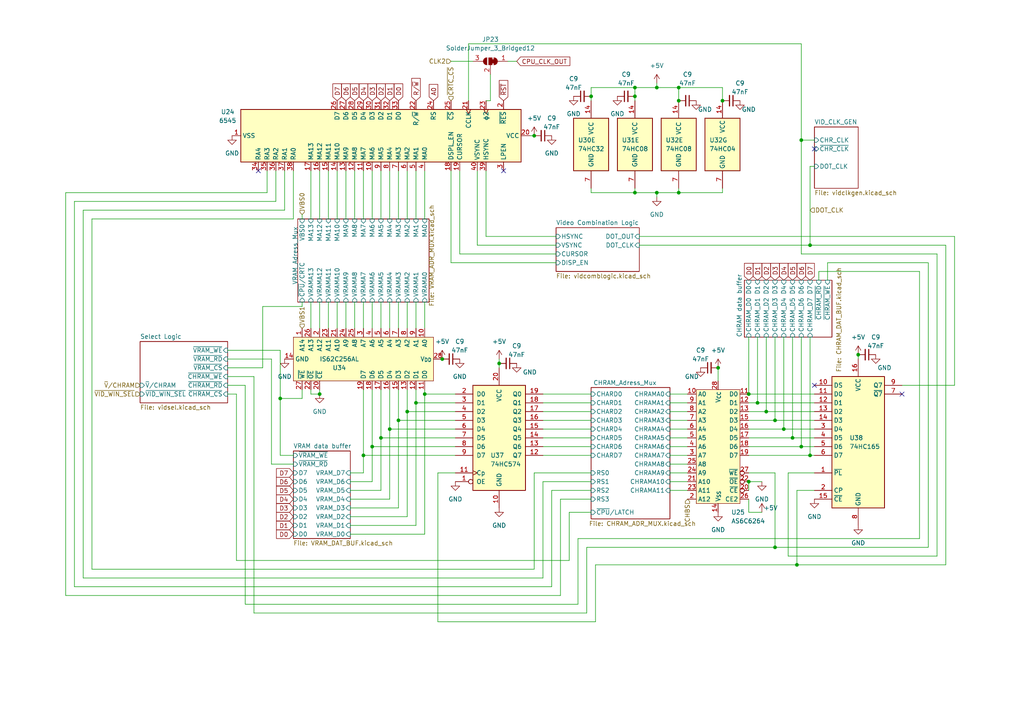
<source format=kicad_sch>
(kicad_sch (version 20230121) (generator eeschema)
  (paper "A4")
  (lib_symbols
    (symbol "74xx:74HC04"
      (property "Reference" "U" (at 0 1.27 0))
      (property "Value" "74HC04" (at 0 -1.27 0))
      (symbol "74HC04_1_0"
        (pin input line (at -7.62 0 0) (length 3.81) (name "~") (number "1"))
        (pin output inverted (at 7.62 0 180) (length 3.81) (name "~") (number "2"))
      )
      (symbol "74HC04_2_0"
        (pin input line (at -7.62 0 0) (length 3.81) (name "~") (number "3"))
        (pin output inverted (at 7.62 0 180) (length 3.81) (name "~") (number "4"))
      )
      (symbol "74HC04_3_0"
        (pin input line (at -7.62 0 0) (length 3.81) (name "~") (number "5"))
        (pin output inverted (at 7.62 0 180) (length 3.81) (name "~") (number "6"))
      )
      (symbol "74HC04_4_0"
        (pin output inverted (at 7.62 0 180) (length 3.81) (name "~") (number "8"))
        (pin input line (at -7.62 0 0) (length 3.81) (name "~") (number "9"))
      )
      (symbol "74HC04_5_0"
        (pin output inverted (at 7.62 0 180) (length 3.81) (name "~") (number "10"))
        (pin input line (at -7.62 0 0) (length 3.81) (name "~") (number "11"))
      )
      (symbol "74HC04_6_0"
        (pin output inverted (at 7.62 0 180) (length 3.81) (name "~") (number "12"))
        (pin input line (at -7.62 0 0) (length 3.81) (name "~") (number "13"))
      )
      (symbol "74HC04_7_0"
        (pin power_in line (at 0 12.7 270) (length 5.08) (name "VCC") (number "14"))
        (pin power_in line (at 0 -12.7 90) (length 5.08) (name "GND") (number "7"))
      )
    )
    (symbol "74xx:74HC165"
      (property "Reference" "U" (at -7.62 19.05 0))
      (property "Value" "74HC165" (at -7.62 -21.59 0))
      (symbol "74HC165_1_0"
        (pin input line (at -12.7 -10.16 0) (length 5.08) (name "~{PL}") (number "1"))
        (pin input line (at -12.7 15.24 0) (length 5.08) (name "DS") (number "10"))
        (pin input line (at -12.7 12.7 0) (length 5.08) (name "D0") (number "11"))
        (pin input line (at -12.7 10.16 0) (length 5.08) (name "D1") (number "12"))
        (pin input line (at -12.7 7.62 0) (length 5.08) (name "D2") (number "13"))
        (pin input line (at -12.7 5.08 0) (length 5.08) (name "D3") (number "14"))
        (pin input line (at -12.7 -17.78 0) (length 5.08) (name "~{CE}") (number "15"))
        (pin power_in line (at 0 22.86 270) (length 5.08) (name "VCC") (number "16"))
        (pin input line (at -12.7 -15.24 0) (length 5.08) (name "CP") (number "2"))
        (pin input line (at -12.7 2.54 0) (length 5.08) (name "D4") (number "3"))
        (pin input line (at -12.7 0 0) (length 5.08) (name "D5") (number "4"))
        (pin input line (at -12.7 -2.54 0) (length 5.08) (name "D6") (number "5"))
        (pin input line (at -12.7 -5.08 0) (length 5.08) (name "D7") (number "6"))
        (pin output line (at 12.7 12.7 180) (length 5.08) (name "~{Q7}") (number "7"))
        (pin power_in line (at 0 -25.4 90) (length 5.08) (name "GND") (number "8"))
        (pin output line (at 12.7 15.24 180) (length 5.08) (name "Q7") (number "9"))
      )
    )
    (symbol "74xx:74HCT574" (pin_names (offset 1.016))
      (property "Reference" "U" (at -7.62 16.51 0))
      (property "Value" "74HCT574" (at -7.62 -16.51 0))
      (symbol "74HCT574_1_0"
        (pin input inverted (at -12.7 -12.7 0) (length 5.08) (name "OE") (number "1"))
        (pin power_in line (at 0 -20.32 90) (length 5.08) (name "GND") (number "10"))
        (pin input clock (at -12.7 -10.16 0) (length 5.08) (name "Cp") (number "11"))
        (pin tri_state line (at 12.7 -5.08 180) (length 5.08) (name "Q7") (number "12"))
        (pin tri_state line (at 12.7 -2.54 180) (length 5.08) (name "Q6") (number "13"))
        (pin tri_state line (at 12.7 0 180) (length 5.08) (name "Q5") (number "14"))
        (pin tri_state line (at 12.7 2.54 180) (length 5.08) (name "Q4") (number "15"))
        (pin tri_state line (at 12.7 5.08 180) (length 5.08) (name "Q3") (number "16"))
        (pin tri_state line (at 12.7 7.62 180) (length 5.08) (name "Q2") (number "17"))
        (pin tri_state line (at 12.7 10.16 180) (length 5.08) (name "Q1") (number "18"))
        (pin tri_state line (at 12.7 12.7 180) (length 5.08) (name "Q0") (number "19"))
        (pin input line (at -12.7 12.7 0) (length 5.08) (name "D0") (number "2"))
        (pin power_in line (at 0 20.32 270) (length 5.08) (name "VCC") (number "20"))
        (pin input line (at -12.7 10.16 0) (length 5.08) (name "D1") (number "3"))
        (pin input line (at -12.7 7.62 0) (length 5.08) (name "D2") (number "4"))
        (pin input line (at -12.7 5.08 0) (length 5.08) (name "D3") (number "5"))
        (pin input line (at -12.7 2.54 0) (length 5.08) (name "D4") (number "6"))
        (pin input line (at -12.7 0 0) (length 5.08) (name "D5") (number "7"))
        (pin input line (at -12.7 -2.54 0) (length 5.08) (name "D6") (number "8"))
        (pin input line (at -12.7 -5.08 0) (length 5.08) (name "D7") (number "9"))
      )
    )
    (symbol "74xx:74LS08" (pin_names (offset 1.016))
      (property "Reference" "U" (at 0 1.27 0))
      (property "Value" "74LS08" (at 0 -1.27 0))
      (symbol "74LS08_1_1"
        (pin input line (at -7.62 2.54 0) (length 3.81) (name "~") (number "1"))
        (pin input line (at -7.62 -2.54 0) (length 3.81) (name "~") (number "2"))
        (pin output line (at 7.62 0 180) (length 3.81) (name "~") (number "3"))
      )
      (symbol "74LS08_1_2"
        (pin input inverted (at -7.62 2.54 0) (length 4.318) (name "~") (number "1"))
        (pin input inverted (at -7.62 -2.54 0) (length 4.318) (name "~") (number "2"))
        (pin output inverted (at 7.62 0 180) (length 3.81) (name "~") (number "3"))
      )
      (symbol "74LS08_2_1"
        (pin input line (at -7.62 2.54 0) (length 3.81) (name "~") (number "4"))
        (pin input line (at -7.62 -2.54 0) (length 3.81) (name "~") (number "5"))
        (pin output line (at 7.62 0 180) (length 3.81) (name "~") (number "6"))
      )
      (symbol "74LS08_2_2"
        (pin input inverted (at -7.62 2.54 0) (length 4.318) (name "~") (number "4"))
        (pin input inverted (at -7.62 -2.54 0) (length 4.318) (name "~") (number "5"))
        (pin output inverted (at 7.62 0 180) (length 3.81) (name "~") (number "6"))
      )
      (symbol "74LS08_3_1"
        (pin input line (at -7.62 -2.54 0) (length 3.81) (name "~") (number "10"))
        (pin output line (at 7.62 0 180) (length 3.81) (name "~") (number "8"))
        (pin input line (at -7.62 2.54 0) (length 3.81) (name "~") (number "9"))
      )
      (symbol "74LS08_3_2"
        (pin input inverted (at -7.62 -2.54 0) (length 4.318) (name "~") (number "10"))
        (pin output inverted (at 7.62 0 180) (length 3.81) (name "~") (number "8"))
        (pin input inverted (at -7.62 2.54 0) (length 4.318) (name "~") (number "9"))
      )
      (symbol "74LS08_4_1"
        (pin output line (at 7.62 0 180) (length 3.81) (name "~") (number "11"))
        (pin input line (at -7.62 2.54 0) (length 3.81) (name "~") (number "12"))
        (pin input line (at -7.62 -2.54 0) (length 3.81) (name "~") (number "13"))
      )
      (symbol "74LS08_4_2"
        (pin output inverted (at 7.62 0 180) (length 3.81) (name "~") (number "11"))
        (pin input inverted (at -7.62 2.54 0) (length 4.318) (name "~") (number "12"))
        (pin input inverted (at -7.62 -2.54 0) (length 4.318) (name "~") (number "13"))
      )
      (symbol "74LS08_5_0"
        (pin power_in line (at 0 12.7 270) (length 5.08) (name "VCC") (number "14"))
        (pin power_in line (at 0 -12.7 90) (length 5.08) (name "GND") (number "7"))
      )
    )
    (symbol "74xx:74LS32" (pin_names (offset 1.016))
      (property "Reference" "U" (at 0 1.27 0))
      (property "Value" "74LS32" (at 0 -1.27 0))
      (symbol "74LS32_1_1"
        (pin input line (at -7.62 2.54 0) (length 4.318) (name "~") (number "1"))
        (pin input line (at -7.62 -2.54 0) (length 4.318) (name "~") (number "2"))
        (pin output line (at 7.62 0 180) (length 3.81) (name "~") (number "3"))
      )
      (symbol "74LS32_1_2"
        (pin input inverted (at -7.62 2.54 0) (length 3.81) (name "~") (number "1"))
        (pin input inverted (at -7.62 -2.54 0) (length 3.81) (name "~") (number "2"))
        (pin output inverted (at 7.62 0 180) (length 3.81) (name "~") (number "3"))
      )
      (symbol "74LS32_2_1"
        (pin input line (at -7.62 2.54 0) (length 4.318) (name "~") (number "4"))
        (pin input line (at -7.62 -2.54 0) (length 4.318) (name "~") (number "5"))
        (pin output line (at 7.62 0 180) (length 3.81) (name "~") (number "6"))
      )
      (symbol "74LS32_2_2"
        (pin input inverted (at -7.62 2.54 0) (length 3.81) (name "~") (number "4"))
        (pin input inverted (at -7.62 -2.54 0) (length 3.81) (name "~") (number "5"))
        (pin output inverted (at 7.62 0 180) (length 3.81) (name "~") (number "6"))
      )
      (symbol "74LS32_3_1"
        (pin input line (at -7.62 -2.54 0) (length 4.318) (name "~") (number "10"))
        (pin output line (at 7.62 0 180) (length 3.81) (name "~") (number "8"))
        (pin input line (at -7.62 2.54 0) (length 4.318) (name "~") (number "9"))
      )
      (symbol "74LS32_3_2"
        (pin input inverted (at -7.62 -2.54 0) (length 3.81) (name "~") (number "10"))
        (pin output inverted (at 7.62 0 180) (length 3.81) (name "~") (number "8"))
        (pin input inverted (at -7.62 2.54 0) (length 3.81) (name "~") (number "9"))
      )
      (symbol "74LS32_4_1"
        (pin output line (at 7.62 0 180) (length 3.81) (name "~") (number "11"))
        (pin input line (at -7.62 2.54 0) (length 4.318) (name "~") (number "12"))
        (pin input line (at -7.62 -2.54 0) (length 4.318) (name "~") (number "13"))
      )
      (symbol "74LS32_4_2"
        (pin output inverted (at 7.62 0 180) (length 3.81) (name "~") (number "11"))
        (pin input inverted (at -7.62 2.54 0) (length 3.81) (name "~") (number "12"))
        (pin input inverted (at -7.62 -2.54 0) (length 3.81) (name "~") (number "13"))
      )
      (symbol "74LS32_5_0"
        (pin power_in line (at 0 12.7 270) (length 5.08) (name "VCC") (number "14"))
        (pin power_in line (at 0 -12.7 90) (length 5.08) (name "GND") (number "7"))
      )
    )
    (symbol "Device:C_Small" (pin_numbers hide) (pin_names (offset 0.254) hide)
      (property "Reference" "C" (at 0.254 1.778 0))
      (property "Value" "C_Small" (at 0.254 -2.032 0))
      (symbol "C_Small_1_1"
        (pin passive line (at 0 2.54 270) (length 2.032) (name "~") (number "1"))
        (pin passive line (at 0 -2.54 90) (length 2.032) (name "~") (number "2"))
      )
    )
    (symbol "Jumper:SolderJumper_3_Bridged12" (pin_names (offset 0) hide)
      (property "Reference" "JP" (at -2.54 -2.54 0))
      (property "Value" "SolderJumper_3_Bridged12" (at 0 2.794 0))
      (symbol "SolderJumper_3_Bridged12_1_1"
        (pin passive line (at -5.08 0 0) (length 2.54) (name "A") (number "1"))
        (pin passive line (at 0 -3.81 90) (length 2.54) (name "C") (number "2"))
        (pin passive line (at 5.08 0 180) (length 2.54) (name "B") (number "3"))
      )
    )
    (symbol "New_Library:AS6C6264"
      (property "Reference" "U" (at 0 26.035 0))
      (property "Value" "AS6C6264" (at 0 1.905 0))
      (symbol "AS6C6264_1_1"
        (pin input line (at -8.89 15.24 0) (length 2.54) (name "A0") (number "10"))
        (pin bidirectional line (at 8.89 15.24 180) (length 2.54) (name "D0") (number "11"))
        (pin bidirectional line (at 8.89 12.7 180) (length 2.54) (name "D1") (number "12"))
        (pin bidirectional line (at 8.89 10.16 180) (length 2.54) (name "D2") (number "13"))
        (pin power_in line (at 0 -19.05 90) (length 2.54) (name "V_{SS}") (number "14"))
        (pin bidirectional line (at 8.89 7.62 180) (length 2.54) (name "D3") (number "15"))
        (pin bidirectional line (at 8.89 5.08 180) (length 2.54) (name "D4") (number "16"))
        (pin bidirectional line (at 8.89 2.54 180) (length 2.54) (name "D5") (number "17"))
        (pin bidirectional line (at 8.89 0 180) (length 2.54) (name "D6") (number "18"))
        (pin bidirectional line (at 8.89 -2.54 180) (length 2.54) (name "D7") (number "19"))
        (pin input line (at -8.89 -15.24 0) (length 2.54) (name "A12") (number "2"))
        (pin input inverted (at 8.89 -12.7 180) (length 2.54) (name "~{CE}") (number "20"))
        (pin input line (at -8.89 -10.16 0) (length 2.54) (name "A10") (number "21"))
        (pin input inverted (at 8.89 -10.16 180) (length 2.54) (name "~{OE}") (number "22"))
        (pin input line (at -8.89 -12.7 0) (length 2.54) (name "A11") (number "23"))
        (pin input line (at -8.89 -7.62 0) (length 2.54) (name "A9") (number "24"))
        (pin input line (at -8.89 -5.08 0) (length 2.54) (name "A8") (number "25"))
        (pin input line (at 8.89 -15.24 180) (length 2.54) (name "CE2") (number "26"))
        (pin input inverted (at 8.89 -7.62 180) (length 2.54) (name "~{WE}") (number "27"))
        (pin power_in line (at 0 19.05 270) (length 2.54) (name "V_{CC}") (number "28"))
        (pin input line (at -8.89 -2.54 0) (length 2.54) (name "A7") (number "3"))
        (pin input line (at -8.89 0 0) (length 2.54) (name "A6") (number "4"))
        (pin input line (at -8.89 2.54 0) (length 2.54) (name "A5") (number "5"))
        (pin input line (at -8.89 5.08 0) (length 2.54) (name "A4") (number "6"))
        (pin input line (at -8.89 7.62 0) (length 2.54) (name "A3") (number "7"))
        (pin input line (at -8.89 10.16 0) (length 2.54) (name "A2") (number "8"))
        (pin input line (at -8.89 12.7 0) (length 2.54) (name "A1") (number "9"))
      )
    )
    (symbol "New_Library:IS65C256AL"
      (property "Reference" "U" (at 0 34.925 0))
      (property "Value" "IS62C256AL" (at 0 33.02 0))
      (symbol "IS65C256AL_1_1"
        (pin input line (at -8.89 -17.78 0) (length 2.54) (name "A14") (number "1"))
        (pin input line (at -8.89 17.78 0) (length 2.54) (name "A0") (number "10"))
        (pin bidirectional line (at 8.89 17.78 180) (length 2.54) (name "D0") (number "11"))
        (pin bidirectional line (at 8.89 15.24 180) (length 2.54) (name "D1") (number "12"))
        (pin bidirectional line (at 8.89 12.7 180) (length 2.54) (name "D2") (number "13"))
        (pin power_in line (at 0 -22.86 90) (length 2.54) (name "GND") (number "14"))
        (pin bidirectional line (at 8.89 10.16 180) (length 2.54) (name "D3") (number "15"))
        (pin bidirectional line (at 8.89 7.62 180) (length 2.54) (name "D4") (number "16"))
        (pin bidirectional line (at 8.89 5.08 180) (length 2.54) (name "D5") (number "17"))
        (pin bidirectional line (at 8.89 2.54 180) (length 2.54) (name "D6") (number "18"))
        (pin bidirectional line (at 8.89 0 180) (length 2.54) (name "D7") (number "19"))
        (pin input line (at -8.89 -12.7 0) (length 2.54) (name "A12") (number "2"))
        (pin input line (at 8.89 -12.7 180) (length 2.54) (name "~{CE}") (number "20"))
        (pin input line (at -8.89 -7.62 0) (length 2.54) (name "A10") (number "21"))
        (pin input line (at 8.89 -15.24 180) (length 2.54) (name "~{OE}") (number "22"))
        (pin input line (at -8.89 -10.16 0) (length 2.54) (name "A11") (number "23"))
        (pin input line (at -8.89 -5.08 0) (length 2.54) (name "A9") (number "24"))
        (pin input line (at -8.89 -2.54 0) (length 2.54) (name "A8") (number "25"))
        (pin input line (at -8.89 -15.24 0) (length 2.54) (name "A13") (number "26"))
        (pin input line (at 8.89 -17.78 180) (length 2.54) (name "~{WE}") (number "27"))
        (pin power_in line (at 0 22.86 270) (length 2.54) (name "V_{DD}") (number "28"))
        (pin input line (at -8.89 0 0) (length 2.54) (name "A7") (number "3"))
        (pin input line (at -8.89 2.54 0) (length 2.54) (name "A6") (number "4"))
        (pin input line (at -8.89 5.08 0) (length 2.54) (name "A5") (number "5"))
        (pin input line (at -8.89 7.62 0) (length 2.54) (name "A4") (number "6"))
        (pin input line (at -8.89 10.16 0) (length 2.54) (name "A3") (number "7"))
        (pin input line (at -8.89 12.7 0) (length 2.54) (name "A2") (number "8"))
        (pin input line (at -8.89 15.24 0) (length 2.54) (name "A1") (number "9"))
      )
    )
    (symbol "PCM_65xx-library:6545"
      (property "Reference" "U" (at 2.54 45.72 0))
      (property "Value" "6545" (at 2.54 43.18 0))
      (symbol "6545_1_1"
        (pin power_in line (at 0 -43.18 90) (length 2.54) (name "VSS") (number "1"))
        (pin output line (at 10.16 -2.54 180) (length 2.54) (name "MA6") (number "10"))
        (pin output line (at 10.16 -5.08 180) (length 2.54) (name "MA7") (number "11"))
        (pin output line (at 10.16 -7.62 180) (length 2.54) (name "MA8") (number "12"))
        (pin output line (at 10.16 -10.16 180) (length 2.54) (name "MA9") (number "13"))
        (pin output line (at 10.16 -12.7 180) (length 2.54) (name "MA10") (number "14"))
        (pin output line (at 10.16 -15.24 180) (length 2.54) (name "MA11") (number "15"))
        (pin output line (at 10.16 -17.78 180) (length 2.54) (name "MA12") (number "16"))
        (pin output line (at 10.16 -20.32 180) (length 2.54) (name "MA13") (number "17"))
        (pin output line (at 10.16 20.32 180) (length 2.54) (name "DSPL_EN") (number "18"))
        (pin output line (at 10.16 22.86 180) (length 2.54) (name "CURSOR") (number "19"))
        (pin input line (at -10.16 35.56 0) (length 2.54) (name "~{RES}") (number "2"))
        (pin power_in line (at 0 43.18 270) (length 2.54) (name "VCC") (number "20"))
        (pin input clock (at -10.16 25.4 0) (length 2.54) (name "CCLK") (number "21"))
        (pin input line (at -10.16 10.16 0) (length 2.54) (name "R/~{W}") (number "22"))
        (pin input clock (at -10.16 30.48 0) (length 2.54) (name "ϕ2") (number "23"))
        (pin input line (at -10.16 15.24 0) (length 2.54) (name "RS") (number "24"))
        (pin input line (at -10.16 20.32 0) (length 2.54) (name "~{CS}") (number "25"))
        (pin bidirectional line (at -10.16 -12.7 0) (length 2.54) (name "D7") (number "26"))
        (pin bidirectional line (at -10.16 -10.16 0) (length 2.54) (name "D6") (number "27"))
        (pin bidirectional line (at -10.16 -7.62 0) (length 2.54) (name "D5") (number "28"))
        (pin bidirectional line (at -10.16 -5.08 0) (length 2.54) (name "D4") (number "29"))
        (pin input line (at 10.16 35.56 180) (length 2.54) (name "LPEN") (number "3"))
        (pin bidirectional line (at -10.16 -2.54 0) (length 2.54) (name "D3") (number "30"))
        (pin bidirectional line (at -10.16 0 0) (length 2.54) (name "D2") (number "31"))
        (pin bidirectional line (at -10.16 2.54 0) (length 2.54) (name "D1") (number "32"))
        (pin bidirectional line (at -10.16 5.08 0) (length 2.54) (name "D0") (number "33"))
        (pin output line (at 10.16 -35.56 180) (length 2.54) (name "RA4") (number "34"))
        (pin output line (at 10.16 -33.02 180) (length 2.54) (name "RA3") (number "35"))
        (pin output line (at 10.16 -30.48 180) (length 2.54) (name "RA2") (number "36"))
        (pin output line (at 10.16 -27.94 180) (length 2.54) (name "RA1") (number "37"))
        (pin output line (at 10.16 -25.4 180) (length 2.54) (name "RA0") (number "38"))
        (pin output line (at 10.16 30.48 180) (length 2.54) (name "HSYNC") (number "39"))
        (pin output line (at 10.16 12.7 180) (length 2.54) (name "MA0") (number "4"))
        (pin output line (at 10.16 27.94 180) (length 2.54) (name "VSYNC") (number "40"))
        (pin output line (at 10.16 10.16 180) (length 2.54) (name "MA1") (number "5"))
        (pin output line (at 10.16 7.62 180) (length 2.54) (name "MA2") (number "6"))
        (pin output line (at 10.16 5.08 180) (length 2.54) (name "MA3") (number "7"))
        (pin output line (at 10.16 2.54 180) (length 2.54) (name "MA4") (number "8"))
        (pin output line (at 10.16 0 180) (length 2.54) (name "MA5") (number "9"))
      )
    )
    (symbol "power:+5V" (power) (pin_names (offset 0))
      (property "Value" "+5V" (at 0 3.556 0))
      (symbol "+5V_1_1"
        (pin power_in line (at 0 0 90) (length 0) hide (name "+5V") (number "1"))
      )
    )
    (symbol "power:GND" (power) (pin_names (offset 0))
      (property "Value" "GND" (at 0 -3.81 0))
      (symbol "GND_1_1"
        (pin power_in line (at 0 0 270) (length 0) hide (name "GND") (number "1"))
      )
    )
  )
  (junction (at 196.85 29.21))
  (junction (at 208.28 106.68))
  (junction (at 110.49 127))
  (junction (at 115.57 121.92))
  (junction (at 227.33 124.46))
  (junction (at 219.71 116.84))
  (junction (at 92.71 114.3))
  (junction (at 128.27 104.14))
  (junction (at 196.85 25.4))
  (junction (at 113.03 124.46))
  (junction (at 231.14 163.83))
  (junction (at 229.87 127))
  (junction (at 222.25 119.38))
  (junction (at 120.65 116.84))
  (junction (at 209.55 29.21))
  (junction (at 144.78 105.41))
  (junction (at 154.94 39.37))
  (junction (at 107.95 129.54))
  (junction (at 184.15 25.4))
  (junction (at 123.19 114.3))
  (junction (at 190.5 55.88))
  (junction (at 118.11 119.38))
  (junction (at 184.15 27.94))
  (junction (at 190.5 25.4))
  (junction (at 232.41 40.64))
  (junction (at 217.17 139.7))
  (junction (at 234.95 132.08))
  (junction (at 232.41 129.54))
  (junction (at 217.17 114.3))
  (junction (at 224.79 121.92))
  (junction (at 171.45 27.94))
  (junction (at 81.28 115.57))
  (junction (at 105.41 132.08))
  (junction (at 248.92 102.87))
  (junction (at 196.85 55.88))
  (junction (at 184.15 55.88))
  (junction (at 234.95 71.12))
  (junction (at 224.79 158.75))
  (no_connect (at 261.62 114.3))
  (no_connect (at 236.22 111.76))
  (no_connect (at 74.93 49.53))
  (no_connect (at 236.22 43.18))
  (no_connect (at 146.05 49.53))
  (wire (pts (xy 101.6 139.7) (xy 107.95 139.7)))
  (wire (pts (xy 162.56 172.72) (xy 162.56 144.78)))
  (wire (pts (xy 115.57 121.92) (xy 115.57 147.32)))
  (wire (pts (xy 68.58 162.56) (xy 165.1 162.56)))
  (wire (pts (xy 184.15 27.94) (xy 184.15 29.21)))
  (wire (pts (xy 222.25 119.38) (xy 236.22 119.38)))
  (wire (pts (xy 194.31 114.3) (xy 199.39 114.3)))
  (wire (pts (xy 217.17 97.79) (xy 217.17 114.3)))
  (wire (pts (xy 228.6 137.16) (xy 228.6 161.29)))
  (wire (pts (xy 92.71 113.03) (xy 92.71 114.3)))
  (wire (pts (xy 107.95 129.54) (xy 107.95 113.03)))
  (wire (pts (xy 66.04 111.76) (xy 71.12 111.76)))
  (wire (pts (xy 217.17 139.7) (xy 217.17 142.24)))
  (wire (pts (xy 248.92 102.87) (xy 248.92 104.14)))
  (wire (pts (xy 76.2 106.68) (xy 76.2 88.9)))
  (wire (pts (xy 219.71 97.79) (xy 219.71 116.84)))
  (wire (pts (xy 219.71 116.84) (xy 236.22 116.84)))
  (wire (pts (xy 105.41 49.53) (xy 105.41 63.5)))
  (wire (pts (xy 172.72 163.83) (xy 172.72 180.34)))
  (wire (pts (xy 217.17 119.38) (xy 222.25 119.38)))
  (wire (pts (xy 102.87 87.63) (xy 102.87 95.25)))
  (wire (pts (xy 217.17 127) (xy 229.87 127)))
  (wire (pts (xy 144.78 104.14) (xy 144.78 105.41)))
  (wire (pts (xy 101.6 142.24) (xy 110.49 142.24)))
  (wire (pts (xy 171.45 29.21) (xy 171.45 27.94)))
  (wire (pts (xy 217.17 114.3) (xy 236.22 114.3)))
  (wire (pts (xy 157.48 139.7) (xy 157.48 167.64)))
  (wire (pts (xy 113.03 124.46) (xy 113.03 144.78)))
  (wire (pts (xy 165.1 162.56) (xy 165.1 148.59)))
  (wire (pts (xy 160.02 142.24) (xy 160.02 170.18)))
  (wire (pts (xy 142.24 29.21) (xy 140.97 29.21)))
  (wire (pts (xy 185.42 68.58) (xy 276.86 68.58)))
  (wire (pts (xy 144.78 105.41) (xy 144.78 106.68)))
  (wire (pts (xy 224.79 137.16) (xy 224.79 158.75)))
  (wire (pts (xy 115.57 121.92) (xy 132.08 121.92)))
  (wire (pts (xy 21.59 58.42) (xy 80.01 58.42)))
  (wire (pts (xy 271.78 73.66) (xy 232.41 73.66)))
  (wire (pts (xy 271.78 161.29) (xy 271.78 73.66)))
  (wire (pts (xy 135.89 12.7) (xy 135.89 29.21)))
  (wire (pts (xy 107.95 129.54) (xy 132.08 129.54)))
  (wire (pts (xy 107.95 49.53) (xy 107.95 63.5)))
  (wire (pts (xy 127 137.16) (xy 127 180.34)))
  (wire (pts (xy 87.63 115.57) (xy 87.63 113.03)))
  (wire (pts (xy 66.04 109.22) (xy 73.66 109.22)))
  (wire (pts (xy 80.01 58.42) (xy 80.01 49.53)))
  (wire (pts (xy 92.71 87.63) (xy 92.71 95.25)))
  (wire (pts (xy 232.41 129.54) (xy 236.22 129.54)))
  (wire (pts (xy 157.48 129.54) (xy 171.45 129.54)))
  (wire (pts (xy 217.17 121.92) (xy 224.79 121.92)))
  (wire (pts (xy 190.5 57.15) (xy 190.5 55.88)))
  (wire (pts (xy 105.41 132.08) (xy 105.41 113.03)))
  (wire (pts (xy 77.47 49.53) (xy 77.47 55.88)))
  (wire (pts (xy 101.6 152.4) (xy 120.65 152.4)))
  (wire (pts (xy 171.45 55.88) (xy 184.15 55.88)))
  (wire (pts (xy 237.49 78.74) (xy 237.49 81.28)))
  (wire (pts (xy 90.17 87.63) (xy 90.17 95.25)))
  (wire (pts (xy 147.32 17.78) (xy 149.86 17.78)))
  (wire (pts (xy 240.03 76.2) (xy 240.03 81.28)))
  (wire (pts (xy 142.24 21.59) (xy 142.24 29.21)))
  (wire (pts (xy 232.41 40.64) (xy 232.41 73.66)))
  (wire (pts (xy 95.25 87.63) (xy 95.25 95.25)))
  (wire (pts (xy 274.32 71.12) (xy 234.95 71.12)))
  (wire (pts (xy 217.17 139.7) (xy 220.98 139.7)))
  (wire (pts (xy 217.17 148.59) (xy 217.17 144.78)))
  (wire (pts (xy 232.41 40.64) (xy 236.22 40.64)))
  (wire (pts (xy 162.56 144.78) (xy 171.45 144.78)))
  (wire (pts (xy 130.81 17.78) (xy 137.16 17.78)))
  (wire (pts (xy 274.32 163.83) (xy 274.32 71.12)))
  (wire (pts (xy 217.17 132.08) (xy 234.95 132.08)))
  (wire (pts (xy 81.28 132.08) (xy 85.09 132.08)))
  (wire (pts (xy 68.58 114.3) (xy 68.58 162.56)))
  (wire (pts (xy 123.19 113.03) (xy 123.19 114.3)))
  (wire (pts (xy 24.13 60.96) (xy 82.55 60.96)))
  (wire (pts (xy 97.79 87.63) (xy 97.79 95.25)))
  (wire (pts (xy 71.12 111.76) (xy 71.12 175.26)))
  (wire (pts (xy 194.31 132.08) (xy 199.39 132.08)))
  (wire (pts (xy 100.33 87.63) (xy 100.33 95.25)))
  (wire (pts (xy 110.49 127) (xy 110.49 113.03)))
  (wire (pts (xy 110.49 49.53) (xy 110.49 63.5)))
  (wire (pts (xy 217.17 129.54) (xy 232.41 129.54)))
  (wire (pts (xy 194.31 137.16) (xy 199.39 137.16)))
  (wire (pts (xy 19.05 172.72) (xy 162.56 172.72)))
  (wire (pts (xy 110.49 127) (xy 132.08 127)))
  (wire (pts (xy 266.7 156.21) (xy 266.7 78.74)))
  (wire (pts (xy 172.72 163.83) (xy 231.14 163.83)))
  (wire (pts (xy 85.09 134.62) (xy 78.74 134.62)))
  (wire (pts (xy 234.95 48.26) (xy 236.22 48.26)))
  (wire (pts (xy 157.48 116.84) (xy 171.45 116.84)))
  (wire (pts (xy 266.7 78.74) (xy 237.49 78.74)))
  (wire (pts (xy 217.17 116.84) (xy 219.71 116.84)))
  (wire (pts (xy 165.1 148.59) (xy 171.45 148.59)))
  (wire (pts (xy 157.48 119.38) (xy 171.45 119.38)))
  (wire (pts (xy 81.28 101.6) (xy 81.28 115.57)))
  (wire (pts (xy 21.59 170.18) (xy 21.59 58.42)))
  (wire (pts (xy 115.57 87.63) (xy 115.57 95.25)))
  (wire (pts (xy 105.41 87.63) (xy 105.41 95.25)))
  (wire (pts (xy 208.28 106.68) (xy 208.28 110.49)))
  (wire (pts (xy 185.42 71.12) (xy 234.95 71.12)))
  (wire (pts (xy 81.28 115.57) (xy 81.28 132.08)))
  (wire (pts (xy 224.79 158.75) (xy 269.24 158.75)))
  (wire (pts (xy 113.03 87.63) (xy 113.03 95.25)))
  (wire (pts (xy 217.17 137.16) (xy 224.79 137.16)))
  (wire (pts (xy 127 180.34) (xy 172.72 180.34)))
  (wire (pts (xy 190.5 24.13) (xy 190.5 25.4)))
  (wire (pts (xy 154.94 39.37) (xy 153.67 39.37)))
  (wire (pts (xy 78.74 134.62) (xy 78.74 104.14)))
  (wire (pts (xy 120.65 49.53) (xy 120.65 63.5)))
  (wire (pts (xy 171.45 27.94) (xy 171.45 25.4)))
  (wire (pts (xy 229.87 97.79) (xy 229.87 127)))
  (wire (pts (xy 154.94 137.16) (xy 171.45 137.16)))
  (wire (pts (xy 92.71 49.53) (xy 92.71 63.5)))
  (wire (pts (xy 194.31 116.84) (xy 199.39 116.84)))
  (wire (pts (xy 222.25 97.79) (xy 222.25 119.38)))
  (wire (pts (xy 194.31 119.38) (xy 199.39 119.38)))
  (wire (pts (xy 110.49 142.24) (xy 110.49 127)))
  (wire (pts (xy 220.98 148.59) (xy 217.17 148.59)))
  (wire (pts (xy 161.29 73.66) (xy 133.35 73.66)))
  (wire (pts (xy 95.25 49.53) (xy 95.25 63.5)))
  (wire (pts (xy 26.67 63.5) (xy 26.67 165.1)))
  (wire (pts (xy 196.85 55.88) (xy 209.55 55.88)))
  (wire (pts (xy 118.11 119.38) (xy 118.11 113.03)))
  (wire (pts (xy 228.6 161.29) (xy 271.78 161.29)))
  (wire (pts (xy 130.81 76.2) (xy 161.29 76.2)))
  (wire (pts (xy 97.79 49.53) (xy 97.79 63.5)))
  (wire (pts (xy 209.55 29.21) (xy 209.55 25.4)))
  (wire (pts (xy 234.95 97.79) (xy 234.95 132.08)))
  (wire (pts (xy 276.86 111.76) (xy 261.62 111.76)))
  (wire (pts (xy 118.11 119.38) (xy 132.08 119.38)))
  (wire (pts (xy 113.03 49.53) (xy 113.03 63.5)))
  (wire (pts (xy 120.65 113.03) (xy 120.65 116.84)))
  (wire (pts (xy 232.41 97.79) (xy 232.41 129.54)))
  (wire (pts (xy 120.65 116.84) (xy 132.08 116.84)))
  (wire (pts (xy 236.22 142.24) (xy 231.14 142.24)))
  (wire (pts (xy 209.55 54.61) (xy 209.55 55.88)))
  (wire (pts (xy 82.55 60.96) (xy 82.55 49.53)))
  (wire (pts (xy 190.5 25.4) (xy 184.15 25.4)))
  (wire (pts (xy 224.79 121.92) (xy 236.22 121.92)))
  (wire (pts (xy 105.41 132.08) (xy 132.08 132.08)))
  (wire (pts (xy 90.17 113.03) (xy 90.17 114.3)))
  (wire (pts (xy 118.11 87.63) (xy 118.11 95.25)))
  (wire (pts (xy 66.04 114.3) (xy 68.58 114.3)))
  (wire (pts (xy 73.66 109.22) (xy 73.66 177.8)))
  (wire (pts (xy 196.85 29.21) (xy 196.85 25.4)))
  (wire (pts (xy 118.11 119.38) (xy 118.11 149.86)))
  (wire (pts (xy 120.65 87.63) (xy 120.65 95.25)))
  (wire (pts (xy 161.29 68.58) (xy 140.97 68.58)))
  (wire (pts (xy 209.55 25.4) (xy 196.85 25.4)))
  (wire (pts (xy 101.6 149.86) (xy 118.11 149.86)))
  (wire (pts (xy 229.87 127) (xy 236.22 127)))
  (wire (pts (xy 66.04 106.68) (xy 76.2 106.68)))
  (wire (pts (xy 101.6 147.32) (xy 115.57 147.32)))
  (wire (pts (xy 184.15 25.4) (xy 184.15 27.94)))
  (wire (pts (xy 90.17 49.53) (xy 90.17 63.5)))
  (wire (pts (xy 224.79 97.79) (xy 224.79 121.92)))
  (wire (pts (xy 77.47 55.88) (xy 19.05 55.88)))
  (wire (pts (xy 100.33 49.53) (xy 100.33 63.5)))
  (wire (pts (xy 234.95 48.26) (xy 234.95 71.12)))
  (wire (pts (xy 107.95 139.7) (xy 107.95 129.54)))
  (wire (pts (xy 123.19 49.53) (xy 123.19 63.5)))
  (wire (pts (xy 85.09 63.5) (xy 26.67 63.5)))
  (wire (pts (xy 73.66 177.8) (xy 170.18 177.8)))
  (wire (pts (xy 85.09 49.53) (xy 85.09 63.5)))
  (wire (pts (xy 194.31 127) (xy 199.39 127)))
  (wire (pts (xy 232.41 12.7) (xy 135.89 12.7)))
  (wire (pts (xy 157.48 121.92) (xy 171.45 121.92)))
  (wire (pts (xy 232.41 12.7) (xy 232.41 40.64)))
  (wire (pts (xy 196.85 55.88) (xy 196.85 54.61)))
  (wire (pts (xy 102.87 49.53) (xy 102.87 63.5)))
  (wire (pts (xy 194.31 134.62) (xy 199.39 134.62)))
  (wire (pts (xy 157.48 127) (xy 171.45 127)))
  (wire (pts (xy 171.45 25.4) (xy 184.15 25.4)))
  (wire (pts (xy 171.45 139.7) (xy 157.48 139.7)))
  (wire (pts (xy 167.64 156.21) (xy 266.7 156.21)))
  (wire (pts (xy 120.65 116.84) (xy 120.65 152.4)))
  (wire (pts (xy 101.6 144.78) (xy 113.03 144.78)))
  (wire (pts (xy 87.63 62.23) (xy 87.63 63.5)))
  (wire (pts (xy 101.6 137.16) (xy 105.41 137.16)))
  (wire (pts (xy 167.64 175.26) (xy 167.64 156.21)))
  (wire (pts (xy 101.6 154.94) (xy 123.19 154.94)))
  (wire (pts (xy 78.74 104.14) (xy 66.04 104.14)))
  (wire (pts (xy 123.19 87.63) (xy 123.19 95.25)))
  (wire (pts (xy 194.31 124.46) (xy 199.39 124.46)))
  (wire (pts (xy 194.31 121.92) (xy 199.39 121.92)))
  (wire (pts (xy 113.03 124.46) (xy 132.08 124.46)))
  (wire (pts (xy 231.14 163.83) (xy 274.32 163.83)))
  (wire (pts (xy 184.15 55.88) (xy 190.5 55.88)))
  (wire (pts (xy 157.48 167.64) (xy 24.13 167.64)))
  (wire (pts (xy 276.86 68.58) (xy 276.86 111.76)))
  (wire (pts (xy 170.18 158.75) (xy 224.79 158.75)))
  (wire (pts (xy 110.49 87.63) (xy 110.49 95.25)))
  (wire (pts (xy 227.33 124.46) (xy 236.22 124.46)))
  (wire (pts (xy 71.12 175.26) (xy 167.64 175.26)))
  (wire (pts (xy 132.08 137.16) (xy 127 137.16)))
  (wire (pts (xy 227.33 97.79) (xy 227.33 124.46)))
  (wire (pts (xy 234.95 132.08) (xy 236.22 132.08)))
  (wire (pts (xy 171.45 142.24) (xy 160.02 142.24)))
  (wire (pts (xy 123.19 114.3) (xy 132.08 114.3)))
  (wire (pts (xy 130.81 49.53) (xy 130.81 76.2)))
  (wire (pts (xy 269.24 158.75) (xy 269.24 76.2)))
  (wire (pts (xy 138.43 71.12) (xy 161.29 71.12)))
  (wire (pts (xy 115.57 49.53) (xy 115.57 63.5)))
  (wire (pts (xy 194.31 139.7) (xy 199.39 139.7)))
  (wire (pts (xy 118.11 49.53) (xy 118.11 63.5)))
  (wire (pts (xy 157.48 124.46) (xy 171.45 124.46)))
  (wire (pts (xy 107.95 87.63) (xy 107.95 95.25)))
  (wire (pts (xy 19.05 55.88) (xy 19.05 172.72)))
  (wire (pts (xy 115.57 121.92) (xy 115.57 113.03)))
  (wire (pts (xy 87.63 87.63) (xy 87.63 88.9)))
  (wire (pts (xy 190.5 55.88) (xy 196.85 55.88)))
  (wire (pts (xy 24.13 167.64) (xy 24.13 60.96)))
  (wire (pts (xy 184.15 54.61) (xy 184.15 55.88)))
  (wire (pts (xy 66.04 101.6) (xy 81.28 101.6)))
  (wire (pts (xy 81.28 115.57) (xy 87.63 115.57)))
  (wire (pts (xy 105.41 137.16) (xy 105.41 132.08)))
  (wire (pts (xy 170.18 177.8) (xy 170.18 158.75)))
  (wire (pts (xy 154.94 165.1) (xy 154.94 137.16)))
  (wire (pts (xy 171.45 54.61) (xy 171.45 55.88)))
  (wire (pts (xy 231.14 142.24) (xy 231.14 163.83)))
  (wire (pts (xy 133.35 73.66) (xy 133.35 49.53)))
  (wire (pts (xy 90.17 114.3) (xy 92.71 114.3)))
  (wire (pts (xy 138.43 49.53) (xy 138.43 71.12)))
  (wire (pts (xy 196.85 25.4) (xy 190.5 25.4)))
  (wire (pts (xy 160.02 170.18) (xy 21.59 170.18)))
  (wire (pts (xy 217.17 124.46) (xy 227.33 124.46)))
  (wire (pts (xy 157.48 114.3) (xy 171.45 114.3)))
  (wire (pts (xy 194.31 142.24) (xy 199.39 142.24)))
  (wire (pts (xy 157.48 132.08) (xy 171.45 132.08)))
  (wire (pts (xy 140.97 68.58) (xy 140.97 49.53)))
  (wire (pts (xy 269.24 76.2) (xy 240.03 76.2)))
  (wire (pts (xy 113.03 124.46) (xy 113.03 113.03)))
  (wire (pts (xy 26.67 165.1) (xy 154.94 165.1)))
  (wire (pts (xy 236.22 137.16) (xy 228.6 137.16)))
  (wire (pts (xy 123.19 114.3) (xy 123.19 154.94)))
  (wire (pts (xy 194.31 129.54) (xy 199.39 129.54)))
  (wire (pts (xy 76.2 88.9) (xy 87.63 88.9)))
  (global_label "CPU_CLK_OUT" (shape input) (at 149.86 17.78 0) (property "Intersheetrefs" "${INTERSHEET_REFS}" (effects hide)))
  (global_label "D7" (shape input) (at 97.79 29.21 90) (property "Intersheetrefs" "${INTERSHEET_REFS}" (effects hide)))
  (global_label "D4" (shape input) (at 105.41 29.21 90) (property "Intersheetrefs" "${INTERSHEET_REFS}" (effects hide)))
  (global_label "D7" (shape input) (at 85.09 137.16 180) (property "Intersheetrefs" "${INTERSHEET_REFS}" (effects hide)))
  (global_label "D0" (shape input) (at 115.57 29.21 90) (property "Intersheetrefs" "${INTERSHEET_REFS}" (effects hide)))
  (global_label "D6" (shape input) (at 100.33 29.21 90) (property "Intersheetrefs" "${INTERSHEET_REFS}" (effects hide)))
  (global_label "D2" (shape input) (at 222.25 81.28 90) (property "Intersheetrefs" "${INTERSHEET_REFS}" (effects hide)))
  (global_label "D2" (shape input) (at 110.49 29.21 90) (property "Intersheetrefs" "${INTERSHEET_REFS}" (effects hide)))
  (global_label "D0" (shape input) (at 85.09 154.94 180) (property "Intersheetrefs" "${INTERSHEET_REFS}" (effects hide)))
  (global_label "D7" (shape input) (at 234.95 81.28 90) (property "Intersheetrefs" "${INTERSHEET_REFS}" (effects hide)))
  (global_label "D3" (shape input) (at 107.95 29.21 90) (property "Intersheetrefs" "${INTERSHEET_REFS}" (effects hide)))
  (global_label "D1" (shape input) (at 113.03 29.21 90) (property "Intersheetrefs" "${INTERSHEET_REFS}" (effects hide)))
  (global_label "D2" (shape input) (at 85.09 149.86 180) (property "Intersheetrefs" "${INTERSHEET_REFS}" (effects hide)))
  (global_label "D0" (shape input) (at 217.17 81.28 90) (property "Intersheetrefs" "${INTERSHEET_REFS}" (effects hide)))
  (global_label "D5" (shape input) (at 229.87 81.28 90) (property "Intersheetrefs" "${INTERSHEET_REFS}" (effects hide)))
  (global_label "D5" (shape input) (at 85.09 142.24 180) (property "Intersheetrefs" "${INTERSHEET_REFS}" (effects hide)))
  (global_label "D3" (shape input) (at 85.09 147.32 180) (property "Intersheetrefs" "${INTERSHEET_REFS}" (effects hide)))
  (global_label "D3" (shape input) (at 224.79 81.28 90) (property "Intersheetrefs" "${INTERSHEET_REFS}" (effects hide)))
  (global_label "~{RST}" (shape input) (at 146.05 29.21 90) (property "Intersheetrefs" "${INTERSHEET_REFS}" (effects hide)))
  (global_label "D5" (shape input) (at 102.87 29.21 90) (property "Intersheetrefs" "${INTERSHEET_REFS}" (effects hide)))
  (global_label "A0" (shape input) (at 125.73 29.21 90) (property "Intersheetrefs" "${INTERSHEET_REFS}" (effects hide)))
  (global_label "D6" (shape input) (at 85.09 139.7 180) (property "Intersheetrefs" "${INTERSHEET_REFS}" (effects hide)))
  (global_label "R{slash}~{W}" (shape input) (at 120.65 29.21 90) (property "Intersheetrefs" "${INTERSHEET_REFS}" (effects hide)))
  (global_label "D1" (shape input) (at 85.09 152.4 180) (property "Intersheetrefs" "${INTERSHEET_REFS}" (effects hide)))
  (global_label "D4" (shape input) (at 227.33 81.28 90) (property "Intersheetrefs" "${INTERSHEET_REFS}" (effects hide)))
  (global_label "D1" (shape input) (at 219.71 81.28 90) (property "Intersheetrefs" "${INTERSHEET_REFS}" (effects hide)))
  (global_label "D4" (shape input) (at 85.09 144.78 180) (property "Intersheetrefs" "${INTERSHEET_REFS}" (effects hide)))
  (global_label "D6" (shape input) (at 232.41 81.28 90) (property "Intersheetrefs" "${INTERSHEET_REFS}" (effects hide)))
  (hierarchical_label "~{CRTC_CS}" (shape input) (at 130.81 29.21 90))
  (hierarchical_label "CHBS" (shape input) (at 199.39 144.78 270))
  (hierarchical_label "VBS0" (shape input) (at 87.63 62.23 90))
  (hierarchical_label "~{VID_WIN_SEL}" (shape input) (at 40.64 114.3 180))
  (hierarchical_label "CLK2" (shape input) (at 130.81 17.78 180))
  (hierarchical_label "~{V}{slash}CHRAM" (shape input) (at 40.64 111.76 180))
  (hierarchical_label "VBS1" (shape input) (at 87.63 95.25 90))
  (hierarchical_label "DOT_CLK" (shape input) (at 234.95 60.96 0))
  (symbol (lib_id "power:+5V") (at 154.94 39.37 0) (unit 1)
    (property "Reference" "#PWR0113" (effects hide))
    (property "Value" "+5V" (at 154.94 34.29 0))
  )
  (symbol (lib_id "Device:C_Small") (at 181.61 27.94 90) (unit 1)
    (property "Reference" "C9" (at 181.61 21.59 90))
    (property "Value" "47nF" (at 181.61 24.13 90))
    (property "Footprint" "Capacitor_SMD:C_0603_1608Metric_Pad1.08x0.95mm_HandSolder" (effects hide))
    (instances (project "Micro" (path "" (reference "C9") (unit 1)) (path "" (reference "C25") (unit 1))))
  )
  (symbol (lib_id "74xx:74LS32") (at 171.45 41.91 0) (unit 5)
    (property "Reference" "U30" (at 167.64 40.64 0) (effects (justify left)))
    (property "Value" "74HC32" (at 167.64 43.18 0) (effects (justify left)))
    (property "Footprint" "Package_SO:SOIC-14_3.9x8.7mm_P1.27mm" (effects hide))
    (property "Datasheet" "http://www.ti.com/lit/gpn/sn74LS32" (effects hide))
  )
  (symbol (lib_id "Device:C_Small") (at 205.74 106.68 90) (unit 1)
    (property "Reference" "C9" (at 203.2 101.6 90))
    (property "Value" "47nF" (at 203.2 104.14 90))
    (property "Footprint" "Capacitor_SMD:C_0603_1608Metric_Pad1.08x0.95mm_HandSolder" (effects hide))
    (instances (project "Micro" (path "" (reference "C9") (unit 1)) (path "" (reference "C30") (unit 1))))
  )
  (symbol (lib_id "power:GND") (at 92.71 114.3 0) (unit 1)
    (property "Reference" "#PWR053" (effects hide))
    (property "Value" "GND" (at 92.71 119.38 0))
  )
  (symbol (lib_id "74xx:74LS08") (at 196.85 41.91 0) (unit 5)
    (property "Reference" "U32" (at 193.04 40.64 0) (effects (justify left)))
    (property "Value" "74HC08" (at 193.04 43.18 0) (effects (justify left)))
    (property "Footprint" "Package_SO:SOIC-14_3.9x8.7mm_P1.27mm" (effects hide))
    (property "Datasheet" "http://www.ti.com/lit/gpn/sn74LS08" (effects hide))
    (instances (project "Micro" (path "" (reference "U32") (unit 5)) (path "" (reference "U31") (unit 5))))
  )
  (symbol (lib_id "power:GND") (at 248.92 152.4 0) (unit 1)
    (property "Reference" "#PWR072" (effects hide))
    (property "Value" "GND" (at 248.92 157.48 0))
  )
  (symbol (lib_id "power:+5V") (at 190.5 24.13 0) (unit 1)
    (property "Reference" "#PWR052" (effects hide))
    (property "Value" "+5V" (at 190.5 19.05 0))
  )
  (symbol (lib_id "power:+5V") (at 128.27 104.14 0) (unit 1)
    (property "Reference" "#PWR061" (effects hide))
    (property "Value" "+5V" (at 128.27 99.06 0))
  )
  (symbol (lib_id "74xx:74HCT574") (at 144.78 127 0) (unit 1)
    (property "Reference" "U37" (at 142.24 132.08 0) (effects (justify left)))
    (property "Value" "74HC574" (at 142.24 134.62 0) (effects (justify left)))
    (property "Footprint" "Package_SO:SOIC-20W_7.5x12.8mm_P1.27mm" (effects hide))
    (property "Datasheet" "http://www.ti.com/lit/gpn/sn74HCT574" (effects hide))
  )
  (symbol (lib_id "PCM_65xx-library:6545") (at 110.49 39.37 270) (unit 1)
    (property "Reference" "U24" (at 66.04 32.4419 90))
    (property "Value" "6545" (at 66.04 34.9819 90))
    (property "Footprint" "Package_DIP:DIP-40_W15.24mm" (effects hide))
    (property "Datasheet" "http://www.6502.org/documents/datasheets/mos/mos_6545-1_crtc.pdf" (effects hide))
  )
  (symbol (lib_id "power:GND") (at 144.78 147.32 0) (unit 1)
    (property "Reference" "#PWR059" (effects hide))
    (property "Value" "GND" (at 144.78 152.4 0))
  )
  (symbol (lib_id "power:GND") (at 201.93 29.21 0) (mirror y) (unit 1)
    (property "Reference" "#PWR0128" (effects hide))
    (property "Value" "GND" (at 204.47 31.75 0))
    (instances (project "Micro" (path "" (reference "#PWR0128") (unit 1)) (path "" (reference "#PWR0143") (unit 1))))
  )
  (symbol (lib_id "power:GND") (at 132.08 139.7 0) (unit 1)
    (property "Reference" "#PWR058" (effects hide))
    (property "Value" "GND" (at 132.08 144.78 0))
  )
  (symbol (lib_id "power:GND") (at 133.35 104.14 0) (mirror y) (unit 1)
    (property "Reference" "#PWR0128" (effects hide))
    (property "Value" "GND" (at 133.35 109.22 0))
    (instances (project "Micro" (path "" (reference "#PWR0128") (unit 1)) (path "" (reference "#PWR0147") (unit 1))))
  )
  (symbol (lib_id "power:GND") (at 190.5 57.15 0) (unit 1)
    (property "Reference" "#PWR051" (effects hide))
    (property "Value" "GND" (at 190.5 62.23 0))
  )
  (symbol (lib_id "Device:C_Small") (at 251.46 102.87 270) (mirror x) (unit 1)
    (property "Reference" "C9" (at 254 97.79 90))
    (property "Value" "47nF" (at 254 100.33 90))
    (property "Footprint" "Capacitor_SMD:C_0603_1608Metric_Pad1.08x0.95mm_HandSolder" (effects hide))
    (instances (project "Micro" (path "" (reference "C9") (unit 1)) (path "" (reference "C31") (unit 1))))
  )
  (symbol (lib_id "power:GND") (at 214.63 29.21 0) (mirror y) (unit 1)
    (property "Reference" "#PWR0128" (effects hide))
    (property "Value" "GND" (at 217.17 31.75 0))
    (instances (project "Micro" (path "" (reference "#PWR0128") (unit 1)) (path "" (reference "#PWR0190") (unit 1))))
  )
  (symbol (lib_id "power:GND") (at 254 102.87 0) (mirror y) (unit 1)
    (property "Reference" "#PWR0128" (effects hide))
    (property "Value" "GND" (at 256.54 106.68 0))
    (instances (project "Micro" (path "" (reference "#PWR0128") (unit 1)) (path "" (reference "#PWR0150") (unit 1))))
  )
  (symbol (lib_id "power:GND") (at 166.37 27.94 0) (unit 1)
    (property "Reference" "#PWR0128" (effects hide))
    (property "Value" "GND" (at 166.37 33.02 0))
    (instances (project "Micro" (path "" (reference "#PWR0128") (unit 1)) (path "" (reference "#PWR0145") (unit 1))))
  )
  (symbol (lib_id "74xx:74HC04") (at 209.55 41.91 0) (unit 7)
    (property "Reference" "U32" (at 205.74 40.64 0) (effects (justify left)))
    (property "Value" "74HC04" (at 205.74 43.18 0) (effects (justify left)))
    (property "Footprint" "Package_SO:SOIC-14_3.9x8.7mm_P1.27mm" (effects hide))
    (property "Datasheet" "https://assets.nexperia.com/documents/data-sheet/74HC_HCT04.pdf" (effects hide))
  )
  (symbol (lib_id "power:+5V") (at 248.92 102.87 0) (unit 1)
    (property "Reference" "#PWR074" (effects hide))
    (property "Value" "+5V" (at 248.92 97.79 0))
  )
  (symbol (lib_id "Device:C_Small") (at 147.32 105.41 270) (mirror x) (unit 1)
    (property "Reference" "C9" (at 149.86 100.33 90))
    (property "Value" "47nF" (at 149.86 102.87 90))
    (property "Footprint" "Capacitor_SMD:C_0603_1608Metric_Pad1.08x0.95mm_HandSolder" (effects hide))
    (instances (project "Micro" (path "" (reference "C9") (unit 1)) (path "" (reference "C29") (unit 1))))
  )
  (symbol (lib_id "New_Library:AS6C6264") (at 208.28 129.54 0) (unit 1)
    (property "Reference" "U25" (at 212.09 148.59 0) (effects (justify left)))
    (property "Value" "AS6C6264" (at 212.09 151.13 0) (effects (justify left)))
    (property "Footprint" "Package_SO:SOIC-28W_7.5x18.7mm_P1.27mm" (effects hide))
  )
  (symbol (lib_id "power:GND") (at 236.22 144.78 0) (unit 1)
    (property "Reference" "#PWR042" (effects hide))
    (property "Value" "GND" (at 236.22 149.86 0))
  )
  (symbol (lib_id "power:GND") (at 149.86 105.41 0) (mirror y) (unit 1)
    (property "Reference" "#PWR0128" (effects hide))
    (property "Value" "GND" (at 153.67 107.95 0))
    (instances (project "Micro" (path "" (reference "#PWR0128") (unit 1)) (path "" (reference "#PWR0148") (unit 1))))
  )
  (symbol (lib_id "power:GND") (at 179.07 27.94 0) (unit 1)
    (property "Reference" "#PWR0128" (effects hide))
    (property "Value" "GND" (at 179.07 33.02 0))
    (instances (project "Micro" (path "" (reference "#PWR0128") (unit 1)) (path "" (reference "#PWR0144") (unit 1))))
  )
  (symbol (lib_id "power:GND") (at 220.98 139.7 0) (unit 1)
    (property "Reference" "#PWR0189" (effects hide))
    (property "Value" "GND" (at 220.98 144.78 0))
  )
  (symbol (lib_id "Device:C_Small") (at 199.39 29.21 270) (mirror x) (unit 1)
    (property "Reference" "C9" (at 199.39 21.59 90))
    (property "Value" "47nF" (at 199.39 24.13 90))
    (property "Footprint" "Capacitor_SMD:C_0603_1608Metric_Pad1.08x0.95mm_HandSolder" (effects hide))
    (instances (project "Micro" (path "" (reference "C9") (unit 1)) (path "" (reference "C24") (unit 1))))
  )
  (symbol (lib_id "Device:C_Small") (at 212.09 29.21 270) (mirror x) (unit 1)
    (property "Reference" "C9" (at 214.63 24.13 90))
    (property "Value" "47nF" (at 214.63 26.67 90))
    (property "Footprint" "Capacitor_SMD:C_0603_1608Metric_Pad1.08x0.95mm_HandSolder" (effects hide))
    (instances (project "Micro" (path "" (reference "C9") (unit 1)) (path "" (reference "C58") (unit 1))))
  )
  (symbol (lib_id "power:+5V") (at 220.98 148.59 0) (unit 1)
    (property "Reference" "#PWR0188" (effects hide))
    (property "Value" "+5V" (at 223.52 147.32 0))
  )
  (symbol (lib_id "74xx:74HC165") (at 248.92 127 0) (unit 1)
    (property "Reference" "U38" (at 246.38 127 0) (effects (justify left)))
    (property "Value" "74HC165" (at 246.38 129.54 0) (effects (justify left)))
    (property "Footprint" "Package_SO:SOIC-16_3.9x9.9mm_P1.27mm" (effects hide))
    (property "Datasheet" "https://assets.nexperia.com/documents/data-sheet/74HC_HCT165.pdf" (effects hide))
  )
  (symbol (lib_id "Device:C_Small") (at 157.48 39.37 270) (mirror x) (unit 1)
    (property "Reference" "C9" (at 160.02 34.29 90))
    (property "Value" "47nF" (at 160.02 36.83 90))
    (property "Footprint" "Capacitor_SMD:C_0603_1608Metric_Pad1.08x0.95mm_HandSolder" (effects hide))
    (instances (project "Micro" (path "" (reference "C9") (unit 1)) (path "" (reference "C27") (unit 1))))
  )
  (symbol (lib_id "power:+5V") (at 144.78 104.14 0) (unit 1)
    (property "Reference" "#PWR060" (effects hide))
    (property "Value" "+5V" (at 144.78 99.06 0))
  )
  (symbol (lib_id "power:+5V") (at 208.28 106.68 0) (unit 1)
    (property "Reference" "#PWR073" (effects hide))
    (property "Value" "+5V" (at 208.28 101.6 0))
  )
  (symbol (lib_id "74xx:74LS08") (at 184.15 41.91 0) (unit 5)
    (property "Reference" "U31" (at 180.34 40.64 0) (effects (justify left)))
    (property "Value" "74HC08" (at 180.34 43.18 0) (effects (justify left)))
    (property "Footprint" "Package_SO:SOIC-14_3.9x8.7mm_P1.27mm" (effects hide))
    (property "Datasheet" "http://www.ti.com/lit/gpn/sn74LS08" (effects hide))
    (instances (project "Micro" (path "" (reference "U31") (unit 5)) (path "" (reference "U29") (unit 5))))
  )
  (symbol (lib_id "Device:C_Small") (at 168.91 27.94 90) (unit 1)
    (property "Reference" "C9" (at 166.37 22.86 90))
    (property "Value" "47nF" (at 166.37 25.4 90))
    (property "Footprint" "Capacitor_SMD:C_0603_1608Metric_Pad1.08x0.95mm_HandSolder" (effects hide))
    (instances (project "Micro" (path "" (reference "C9") (unit 1)) (path "" (reference "C26") (unit 1))))
  )
  (symbol (lib_id "power:GND") (at 160.02 39.37 0) (mirror y) (unit 1)
    (property "Reference" "#PWR0128" (effects hide))
    (property "Value" "GND" (at 160.02 44.45 0))
    (instances (project "Micro" (path "" (reference "#PWR0128") (unit 1)) (path "" (reference "#PWR0146") (unit 1))))
  )
  (symbol (lib_id "Device:C_Small") (at 130.81 104.14 270) (mirror x) (unit 1)
    (property "Reference" "C9" (at 133.35 99.06 90))
    (property "Value" "47nF" (at 133.35 101.6 90))
    (property "Footprint" "Capacitor_SMD:C_0603_1608Metric_Pad1.08x0.95mm_HandSolder" (effects hide))
    (instances (project "Micro" (path "" (reference "C9") (unit 1)) (path "" (reference "C28") (unit 1))))
  )
  (symbol (lib_id "New_Library:IS65C256AL") (at 105.41 104.14 270) (unit 1)
    (property "Reference" "U34" (at 98.425 106.68 90))
    (property "Value" "IS62C256AL" (at 98.425 104.14 90))
    (property "Footprint" "Package_SO:SOIC-28W_7.5x17.9mm_P1.27mm" (effects hide))
    (property "Datasheet" "https://www.mouser.com/datasheet/2/198/62-65C256AL-258444.pdf" (effects hide))
  )
  (symbol (lib_id "Jumper:SolderJumper_3_Bridged12") (at 142.24 17.78 0) (mirror y) (unit 1)
    (property "Reference" "JP23" (at 142.24 11.43 0))
    (property "Value" "SolderJumper_3_Bridged12" (at 142.24 13.97 0))
    (property "Footprint" "Jumper:SolderJumper-3_P1.3mm_Bridged12_RoundedPad1.0x1.5mm_NumberLabels" (effects hide))
  )
  (symbol (lib_id "power:GND") (at 208.28 148.59 0) (unit 1)
    (property "Reference" "#PWR065" (effects hide))
    (property "Value" "GND" (at 208.28 153.67 0))
  )
  (symbol (lib_id "power:GND") (at 203.2 106.68 0) (unit 1)
    (property "Reference" "#PWR0128" (effects hide))
    (property "Value" "GND" (at 200.66 109.22 0))
    (instances (project "Micro" (path "" (reference "#PWR0128") (unit 1)) (path "" (reference "#PWR0149") (unit 1))))
  )
  (symbol (lib_id "power:GND") (at 67.31 39.37 0) (unit 1)
    (property "Reference" "#PWR0112" (effects hide))
    (property "Value" "GND" (at 67.31 44.45 0))
  )
  (symbol (lib_id "power:GND") (at 82.55 104.14 0) (unit 1)
    (property "Reference" "#PWR062" (effects hide))
    (property "Value" "GND" (at 82.55 109.22 0))
  )
  (sheet (at 171.45 112.395) (size 22.86 38.1) (stroke (width 0.1524))
    (property "Sheetname" "CHRAM_Adress_Mux" (at 172.085 111.76 0) (effects (justify left bottom)))
    (property "Sheetfile" "CHRAM_ADR_MUX.kicad_sch" (at 170.815 151.13 0) (effects (justify left top)))
    (pin "CHARD3" input (at 171.45 121.92 180))
    (pin "CHARD0" input (at 171.45 114.3 180))
    (pin "CHARD1" input (at 171.45 116.84 180))
    (pin "CHARD2" input (at 171.45 119.38 180))
    (pin "CHRAMA10" input (at 194.31 139.7 0))
    (pin "CHRAMA9" input (at 194.31 137.16 0))
    (pin "CHRAMA11" input (at 194.31 142.24 0))
    (pin "CHRAMA8" input (at 194.31 134.62 0))
    (pin "CHARD7" input (at 171.45 132.08 180))
    (pin "CHARD5" input (at 171.45 127 180))
    (pin "CHARD6" input (at 171.45 129.54 180))
    (pin "~{CPU}{slash}LATCH" input (at 171.45 148.59 180))
    (pin "CHARD4" input (at 171.45 124.46 180))
    (pin "CHRAMA7" input (at 194.31 132.08 0))
    (pin "CHRAMA6" input (at 194.31 129.54 0))
    (pin "CHRAMA5" input (at 194.31 127 0))
    (pin "CHRAMA4" input (at 194.31 124.46 0))
    (pin "CHRAMA2" input (at 194.31 119.38 0))
    (pin "CHRAMA3" input (at 194.31 121.92 0))
    (pin "CHRAMA1" input (at 194.31 116.84 0))
    (pin "CHRAMA0" input (at 194.31 114.3 0))
    (pin "RS2" input (at 171.45 142.24 180))
    (pin "RS3" input (at 171.45 144.78 180))
    (pin "RS1" input (at 171.45 139.7 180))
    (pin "RS0" input (at 171.45 137.16 180))
  )
  (sheet (at 161.29 66.04) (size 24.13 12.7) (stroke (width 0.1524))
    (property "Sheetname" "Video Combination Logic" (at 161.29 65.3284 0) (effects (justify left bottom)))
    (property "Sheetfile" "vidcomblogic.kicad_sch" (at 161.29 79.3246 0) (effects (justify left top)))
    (pin "DOT_CLK" input (at 185.42 71.12 0))
    (pin "DISP_EN" input (at 161.29 76.2 180))
    (pin "CURSOR" input (at 161.29 73.66 180))
    (pin "DOT_OUT" input (at 185.42 68.58 0))
    (pin "VSYNC" input (at 161.29 71.12 180))
    (pin "HSYNC" input (at 161.29 68.58 180))
  )
  (sheet (at 215.9 81.28) (size 25.4 16.51) (stroke (width 0.1524))
    (property "Sheetname" "CHRAM data buffer" (at 215.1884 97.79 90) (effects (justify left bottom)))
    (property "Sheetfile" "CHRAM_DAT_BUF.kicad_sch" (at 242.57 107.95 90) (effects (justify left top)))
    (pin "~{CHRAM_WE}" input (at 240.03 81.28 90))
    (pin "~{CHRAM_RD}" input (at 237.49 81.28 90))
    (pin "CHRAM_D0" input (at 217.17 97.79 270))
    (pin "CHRAM_D1" input (at 219.71 97.79 270))
    (pin "CHRAM_D2" input (at 222.25 97.79 270))
    (pin "CHRAM_D3" input (at 224.79 97.79 270))
    (pin "D0" input (at 217.17 81.28 90))
    (pin "D1" input (at 219.71 81.28 90))
    (pin "D2" input (at 222.25 81.28 90))
    (pin "D3" input (at 224.79 81.28 90))
    (pin "D6" input (at 232.41 81.28 90))
    (pin "D4" input (at 227.33 81.28 90))
    (pin "D5" input (at 229.87 81.28 90))
    (pin "D7" input (at 234.95 81.28 90))
    (pin "CHRAM_D6" input (at 232.41 97.79 270))
    (pin "CHRAM_D4" input (at 227.33 97.79 270))
    (pin "CHRAM_D5" input (at 229.87 97.79 270))
    (pin "CHRAM_D7" input (at 234.95 97.79 270))
  )
  (sheet (at 86.36 63.5) (size 38.1 24.13) (stroke (width 0.1524))
    (property "Sheetname" "VRAM_Adress_Mux" (at 86.36 82.55 90) (effects (justify left bottom)))
    (property "Sheetfile" "VRAM_ADR_MUX.kicad_sch" (at 124.46 88.9 90) (effects (justify left top)))
    (pin "VRAMA1" input (at 120.65 87.63 270))
    (pin "VRAMA0" input (at 123.19 87.63 270))
    (pin "VRAMA2" input (at 118.11 87.63 270))
    (pin "VRAMA3" input (at 115.57 87.63 270))
    (pin "MA2" input (at 118.11 63.5 90))
    (pin "MA3" input (at 115.57 63.5 90))
    (pin "MA1" input (at 120.65 63.5 90))
    (pin "MA0" input (at 123.19 63.5 90))
    (pin "VRAMA4" input (at 113.03 87.63 270))
    (pin "VRAMA5" input (at 110.49 87.63 270))
    (pin "VRAMA6" input (at 107.95 87.63 270))
    (pin "VRAMA7" input (at 105.41 87.63 270))
    (pin "MA4" input (at 113.03 63.5 90))
    (pin "MA5" input (at 110.49 63.5 90))
    (pin "MA6" input (at 107.95 63.5 90))
    (pin "MA7" input (at 105.41 63.5 90))
    (pin "VRAMA9" input (at 100.33 87.63 270))
    (pin "VRAMA8" input (at 102.87 87.63 270))
    (pin "VRAMA10" input (at 97.79 87.63 270))
    (pin "VRAMA11" input (at 95.25 87.63 270))
    (pin "MA9" input (at 100.33 63.5 90))
    (pin "MA8" input (at 102.87 63.5 90))
    (pin "MA10" input (at 97.79 63.5 90))
    (pin "MA11" input (at 95.25 63.5 90))
    (pin "MA12" input (at 92.71 63.5 90))
    (pin "VRAMA13" input (at 90.17 87.63 270))
    (pin "VBS0" input (at 87.63 63.5 90))
    (pin "VRAMA12" input (at 92.71 87.63 270))
    (pin "MA13" input (at 90.17 63.5 90))
    (pin "~{CPU}{slash}CRTC" input (at 87.63 87.63 270))
  )
  (sheet (at 85.09 130.81) (size 16.51 25.4) (stroke (width 0.1524))
    (property "Sheetname" "VRAM data buffer" (at 85.09 130.0984 0) (effects (justify left bottom)))
    (property "Sheetfile" "VRAM_DAT_BUF.kicad_sch" (at 85.09 156.7946 0) (effects (justify left top)))
    (pin "~{VRAM_WE}" input (at 85.09 132.08 180))
    (pin "~{VRAM_RD}" input (at 85.09 134.62 180))
    (pin "VRAM_D0" input (at 101.6 154.94 0))
    (pin "VRAM_D1" input (at 101.6 152.4 0))
    (pin "VRAM_D2" input (at 101.6 149.86 0))
    (pin "VRAM_D3" input (at 101.6 147.32 0))
    (pin "D0" input (at 85.09 154.94 180))
    (pin "D1" input (at 85.09 152.4 180))
    (pin "D2" input (at 85.09 149.86 180))
    (pin "D3" input (at 85.09 147.32 180))
    (pin "D6" input (at 85.09 139.7 180))
    (pin "D4" input (at 85.09 144.78 180))
    (pin "D5" input (at 85.09 142.24 180))
    (pin "D7" input (at 85.09 137.16 180))
    (pin "VRAM_D6" input (at 101.6 139.7 0))
    (pin "VRAM_D4" input (at 101.6 144.78 0))
    (pin "VRAM_D5" input (at 101.6 142.24 0))
    (pin "VRAM_D7" input (at 101.6 137.16 0))
  )
  (sheet (at 236.22 36.83) (size 12.7 17.78) (stroke (width 0.1524))
    (property "Sheetname" "VID_CLK_GEN" (at 236.22 36.1184 0) (effects (justify left bottom)))
    (property "Sheetfile" "vidclkgen.kicad_sch" (at 236.22 55.1946 0) (effects (justify left top)))
    (pin "CHR_CLK" input (at 236.22 40.64 180))
    (pin "~{CHR_CLK}" input (at 236.22 43.18 180))
    (pin "DOT_CLK" input (at 236.22 48.26 180))
  )
  (sheet (at 40.64 99.06) (size 25.4 17.78) (stroke (width 0.1524))
    (property "Sheetname" "Select Logic" (at 40.64 98.3484 0) (effects (justify left bottom)))
    (property "Sheetfile" "vidsel.kicad_sch" (at 40.64 117.4246 0) (effects (justify left top)))
    (pin "~{CHRAM_CS}" input (at 66.04 114.3 0))
    (pin "~{VRAM_RD}" input (at 66.04 104.14 0))
    (pin "~{VRAM_WE}" input (at 66.04 101.6 0))
    (pin "~{VRAM_CS}" input (at 66.04 106.68 0))
    (pin "~{V}{slash}CHRAM" input (at 40.64 111.76 180))
    (pin "~{VID_WIN_SEL}" input (at 40.64 114.3 180))
    (pin "~{CHRAM_WE}" input (at 66.04 109.22 0))
    (pin "~{CHRAM_RD}" input (at 66.04 111.76 0))
  )
)
</source>
